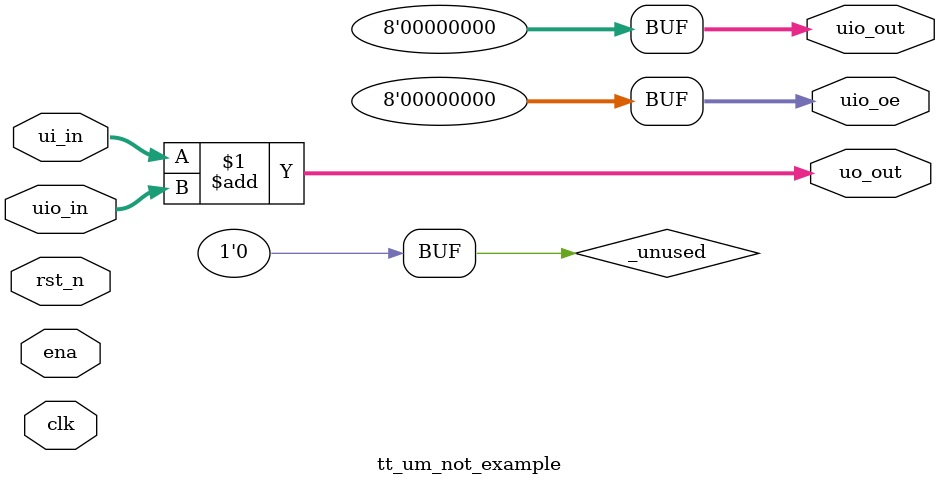
<source format=v>
/*
 * Copyright (c) 2024 Your Name
 * SPDX-License-Identifier: Apache-2.0
 */

`default_nettype none

module tt_um_not_example (
    input  wire [7:0] ui_in,    // Dedicated inputs
    output wire [7:0] uo_out,   // Dedicated outputs
    input  wire [7:0] uio_in,   // IOs: Input path
    output wire [7:0] uio_out,  // IOs: Output path
    output wire [7:0] uio_oe,   // IOs: Enable path (active high: 0=input, 1=output)
    input  wire       ena,      // always 1 when the design is powered, so you can ignore it
    input  wire       clk,      // clock
    input  wire       rst_n     // reset_n - low to reset
);

  // All output pins must be assigned. If not used, assign to 0.
  assign uo_out  = ui_in + uio_in;  // Example: ou_out is the sum of ui_in and uio_in
  assign uio_out = 0;
  assign uio_oe  = 0;

  // List all unused inputs to prevent warnings
  wire _unused = &{ena, clk, rst_n, 1'b0};

endmodule

</source>
